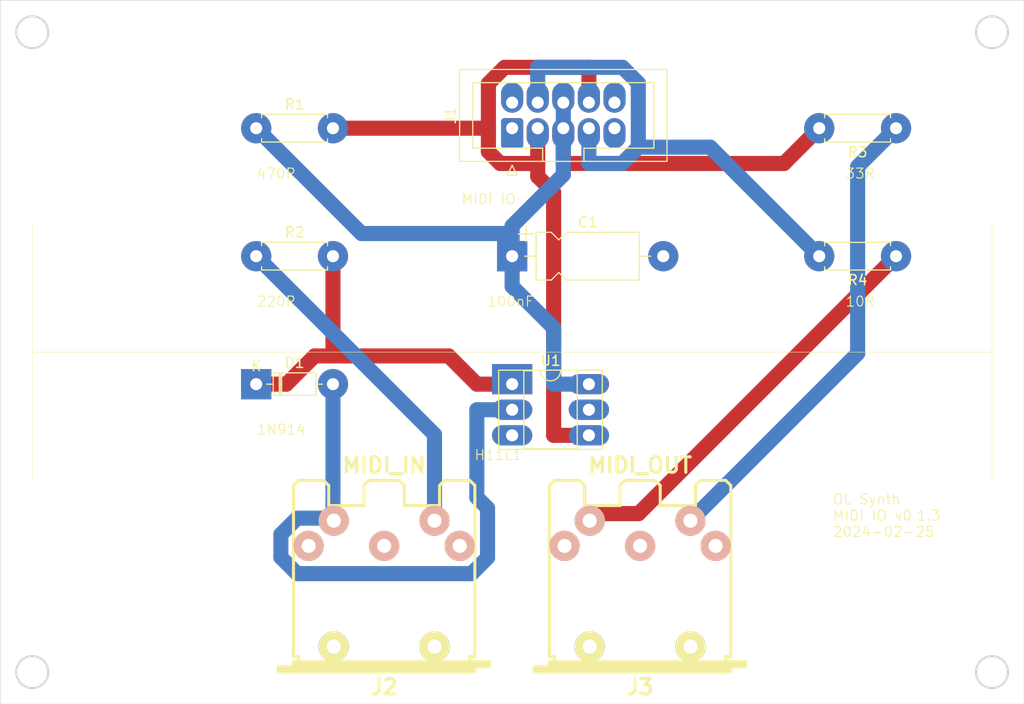
<source format=kicad_pcb>
(kicad_pcb (version 20221018) (generator pcbnew)
  (layers (0 "F.Cu" signal) (31 "B.Cu" signal) (34 "B.Paste" user) (35 "F.Paste" user) (36 "B.SilkS" user "B.Silkscreen") (37 "F.SilkS" user "F.Silkscreen") (38 "B.Mask" user) (39 "F.Mask" user) (44 "Edge.Cuts" user))
  (net 0 "")
  (net 1 "+3.3V")
  (net 2 "GND")
  (net 3 "Net-(D1-K)")
  (net 4 "Net-(D1-A)")
  (net 6 "Net-(J1-Pin_3)")
  (net 9 "Net-(J2-Pad4)")
  (net 13 "Net-(J3-Pad4)")
  (net 15 "Net-(J1-Pin_4)")
  (net 16 "Net-(J3-Pad5)")
  (footprint "Connector_IDC:IDC-Header_2x05_P2.54mm_Vertical" (layer "F.Cu") (at 50.8 12.7 90)
    (fp_text reference "J1" (at 1.27 -6.1 90) (layer "F.SilkS"))
    (fp_text value "MIDI_IO_HEADER")
    (fp_line (start -4.68 -0.5) (end -4.68 0.5) (stroke (width 0.12)) (layer "F.SilkS"))
    (fp_line (start -4.68 0.5) (end -3.68 0) (stroke (width 0.12)) (layer "F.SilkS"))
    (fp_line (start -3.68 0) (end -4.68 -0.5) (stroke (width 0.12)) (layer "F.SilkS"))
    (fp_line (start -3.29 -5.21) (end 5.83 -5.21) (stroke (width 0.12)) (layer "F.SilkS"))
    (fp_line (start -3.29 3.03) (end -1.98 3.03) (stroke (width 0.12)) (layer "F.SilkS"))
    (fp_line (start -3.29 15.37) (end -3.29 -5.21) (stroke (width 0.12)) (layer "F.SilkS"))
    (fp_line (start -1.98 -3.91) (end 4.52 -3.91) (stroke (width 0.12)) (layer "F.SilkS"))
    (fp_line (start -1.98 3.03) (end -1.98 -3.91) (stroke (width 0.12)) (layer "F.SilkS"))
    (fp_line (start -1.98 7.13) (end -3.29 7.13) (stroke (width 0.12)) (layer "F.SilkS"))
    (fp_line (start -1.98 7.13) (end -1.98 7.13) (stroke (width 0.12)) (layer "F.SilkS"))
    (fp_line (start -1.98 14.07) (end -1.98 7.13) (stroke (width 0.12)) (layer "F.SilkS"))
    (fp_line (start 4.52 -3.91) (end 4.52 14.07) (stroke (width 0.12)) (layer "F.SilkS"))
    (fp_line (start 4.52 14.07) (end -1.98 14.07) (stroke (width 0.12)) (layer "F.SilkS"))
    (fp_line (start 5.83 -5.21) (end 5.83 15.37) (stroke (width 0.12)) (layer "F.SilkS"))
    (fp_line (start 5.83 15.37) (end -3.29 15.37) (stroke (width 0.12)) (layer "F.SilkS"))
    (pad "1" thru_hole roundrect (at 0 0 90) (size 3 2.2) (drill 1.2 (offset -0.5 0)) (layers "*.Cu" "*.Mask") (roundrect_rratio 0.1470586364) (net 2 "GND"))
    (pad "2" thru_hole oval (at 2.54 0 90) (size 3 2.2) (drill 1.2 (offset 0.5 0)) (layers "*.Cu" "*.Mask"))
    (pad "3" thru_hole oval (at 0 2.54 90) (size 3 2.2) (drill 1.2 (offset -0.5 0)) (layers "*.Cu" "*.Mask") (net 6 "Net-(J1-Pin_3)"))
    (pad "4" thru_hole oval (at 2.54 2.54 90) (size 3 2.2) (drill 1.2 (offset 0.5 0)) (layers "*.Cu" "*.Mask") (net 15 "Net-(J1-Pin_4)"))
    (pad "5" thru_hole oval (at 0 5.08 90) (size 3 2.2) (drill 1.2 (offset -0.5 0)) (layers "*.Cu" "*.Mask") (net 1 "+3.3V"))
    (pad "6" thru_hole oval (at 2.54 5.08 90) (size 3 2.2) (drill 1.2 (offset 0.5 0)) (layers "*.Cu" "*.Mask") (net 1 "+3.3V"))
    (pad "7" thru_hole oval (at 0 7.62 90) (size 3 2.2) (drill 1.2 (offset -0.5 0)) (layers "*.Cu" "*.Mask") (net 15 "Net-(J1-Pin_4)"))
    (pad "8" thru_hole oval (at 2.54 7.62 90) (size 3 2.2) (drill 1.2 (offset 0.5 0)) (layers "*.Cu" "*.Mask") (net 6 "Net-(J1-Pin_3)"))
    (pad "9" thru_hole oval (at 0 10.16 90) (size 3 2.2) (drill 1.2 (offset -0.5 0)) (layers "*.Cu" "*.Mask"))
    (pad "10" thru_hole oval (at 2.54 10.16 90) (size 3 2.2) (drill 1.2 (offset 0.5 0)) (layers "*.Cu" "*.Mask") (net 2 "GND"))
  )
  (footprint "OL Library:MIDI_DIN5" (layer "F.Cu") (at 38.1 57.15)
    (fp_text reference "J2" (at 0 11.00074) (layer "F.SilkS") (effects (font (size 1.524 1.524) (thickness 0.3048))))
    (fp_text value "MIDI_IN" (at 0 -11.00074) (layer "F.SilkS") (effects (font (size 1.524 1.524) (thickness 0.3048))))
    (fp_line (start -10.50036 8.99922) (end -8.99922 8.99922) (stroke (width 0.3048)) (layer "F.SilkS"))
    (fp_line (start -10.50036 9.25068) (end 8.99922 9.25068) (stroke (width 0.3048)) (layer "F.SilkS"))
    (fp_line (start -10.50036 9.4996) (end -10.50036 8.99922) (stroke (width 0.3048)) (layer "F.SilkS"))
    (fp_line (start -8.99922 -8.99922) (end -8.99922 8.001) (stroke (width 0.3048)) (layer "F.SilkS"))
    (fp_line (start -8.99922 -8.99922) (end -8.49884 -9.4996) (stroke (width 0.3048)) (layer "F.SilkS"))
    (fp_line (start -8.99922 8.001) (end -8.49884 8.001) (stroke (width 0.3048)) (layer "F.SilkS"))
    (fp_line (start -8.99922 8.49884) (end 10.50036 8.49884) (stroke (width 0.3048)) (layer "F.SilkS"))
    (fp_line (start -8.99922 8.7503) (end 10.50036 8.7503) (stroke (width 0.3048)) (layer "F.SilkS"))
    (fp_line (start -8.99922 8.99922) (end -8.99922 8.49884) (stroke (width 0.3048)) (layer "F.SilkS"))
    (fp_line (start -8.49884 -9.4996) (end -5.99948 -9.4996) (stroke (width 0.3048)) (layer "F.SilkS"))
    (fp_line (start -8.49884 8.001) (end -8.49884 8.49884) (stroke (width 0.3048)) (layer "F.SilkS"))
    (fp_line (start -5.99948 -9.4996) (end -5.4991 -8.99922) (stroke (width 0.3048)) (layer "F.SilkS"))
    (fp_line (start -5.4991 -8.99922) (end -5.4991 -7.00024) (stroke (width 0.3048)) (layer "F.SilkS"))
    (fp_line (start -5.4991 -7.00024) (end -1.99898 -7.00024) (stroke (width 0.3048)) (layer "F.SilkS"))
    (fp_line (start -1.99898 -8.99922) (end -1.99898 -7.00024) (stroke (width 0.3048)) (layer "F.SilkS"))
    (fp_line (start -1.50114 -9.4996) (end -1.99898 -8.99922) (stroke (width 0.3048)) (layer "F.SilkS"))
    (fp_line (start -1.50114 -9.4996) (end 1.50114 -9.4996) (stroke (width 0.3048)) (layer "F.SilkS"))
    (fp_line (start 1.50114 -9.4996) (end 1.99898 -8.99922) (stroke (width 0.3048)) (layer "F.SilkS"))
    (fp_line (start 1.99898 -8.99922) (end 1.99898 -7.00024) (stroke (width 0.3048)) (layer "F.SilkS"))
    (fp_line (start 5.4991 -8.99922) (end 5.4991 -7.00024) (stroke (width 0.3048)) (layer "F.SilkS"))
    (fp_line (start 5.4991 -7.00024) (end 1.99898 -7.00024) (stroke (width 0.3048)) (layer "F.SilkS"))
    (fp_line (start 5.99948 -9.4996) (end 5.4991 -8.99922) (stroke (width 0.3048)) (layer "F.SilkS"))
    (fp_line (start 6.49986 -9.4996) (end 5.99948 -9.4996) (stroke (width 0.3048)) (layer "F.SilkS"))
    (fp_line (start 8.49884 -9.4996) (end 6.49986 -9.4996) (stroke (width 0.3048)) (layer "F.SilkS"))
    (fp_line (start 8.49884 8.49884) (end 8.49884 8.001) (stroke (width 0.3048)) (layer "F.SilkS"))
    (fp_line (start 8.99922 -8.99922) (end 8.49884 -9.4996) (stroke (width 0.3048)) (layer "F.SilkS"))
    (fp_line (start 8.99922 -8.99922) (end 8.99922 8.001) (stroke (width 0.3048)) (layer "F.SilkS"))
    (fp_line (start 8.99922 8.001) (end 8.49884 8.001) (stroke (width 0.3048)) (layer "F.SilkS"))
    (fp_line (start 8.99922 8.99922) (end -8.99922 8.99922) (stroke (width 0.3048)) (layer "F.SilkS"))
    (fp_line (start 8.99922 8.99922) (end 8.99922 9.4996) (stroke (width 0.3048)) (layer "F.SilkS"))
    (fp_line (start 8.99922 9.4996) (end -10.50036 9.4996) (stroke (width 0.3048)) (layer "F.SilkS"))
    (fp_line (start 10.50036 8.49884) (end 10.50036 8.99922) (stroke (width 0.3048)) (layer "F.SilkS"))
    (fp_line (start 10.50036 8.99922) (end 8.99922 8.99922) (stroke (width 0.3048)) (layer "F.SilkS"))
    (pad "" np_thru_hole circle (at -5.00126 6.9977) (size 3 3) (drill 1.397) (layers "F&B.Cu" "*.Mask" "F.SilkS"))
    (pad "" np_thru_hole circle (at 5.00126 6.9977) (size 3 3) (drill 1.397) (layers "F&B.Cu" "*.Mask" "F.SilkS"))
    (pad "1" thru_hole circle (at 7.49808 -2.9972) (size 3 3) (drill 1.397) (layers "*.Cu" "*.SilkS" "*.Mask"))
    (pad "2" thru_hole circle (at 0 -2.99974) (size 3 3) (drill 1.397) (layers "*.Cu" "*.SilkS" "*.Mask"))
    (pad "3" thru_hole circle (at -7.49808 -2.9972) (size 3 3) (drill 1.397) (layers "*.Cu" "*.SilkS" "*.Mask"))
    (pad "4" thru_hole circle (at 4.99618 -5.4991) (size 3 3) (drill 1.397) (layers "*.Cu" "*.SilkS" "*.Mask") (net 9 "Net-(J2-Pad4)"))
    (pad "5" thru_hole circle (at -4.99618 -5.4991) (size 3 3) (drill 1.397) (layers "*.Cu" "*.SilkS" "*.Mask") (net 4 "Net-(D1-A)"))
  )
  (footprint "OL Library:MIDI_DIN5" (layer "F.Cu") (at 63.5 57.15)
    (fp_text reference "J3" (at 0 11.00074) (layer "F.SilkS") (effects (font (size 1.524 1.524) (thickness 0.3048))))
    (fp_text value "MIDI_OUT" (at 0 -11.00074) (layer "F.SilkS") (effects (font (size 1.524 1.524) (thickness 0.3048))))
    (fp_line (start -10.50036 8.99922) (end -8.99922 8.99922) (stroke (width 0.3048)) (layer "F.SilkS"))
    (fp_line (start -10.50036 9.25068) (end 8.99922 9.25068) (stroke (width 0.3048)) (layer "F.SilkS"))
    (fp_line (start -10.50036 9.4996) (end -10.50036 8.99922) (stroke (width 0.3048)) (layer "F.SilkS"))
    (fp_line (start -8.99922 -8.99922) (end -8.99922 8.001) (stroke (width 0.3048)) (layer "F.SilkS"))
    (fp_line (start -8.99922 -8.99922) (end -8.49884 -9.4996) (stroke (width 0.3048)) (layer "F.SilkS"))
    (fp_line (start -8.99922 8.001) (end -8.49884 8.001) (stroke (width 0.3048)) (layer "F.SilkS"))
    (fp_line (start -8.99922 8.49884) (end 10.50036 8.49884) (stroke (width 0.3048)) (layer "F.SilkS"))
    (fp_line (start -8.99922 8.7503) (end 10.50036 8.7503) (stroke (width 0.3048)) (layer "F.SilkS"))
    (fp_line (start -8.99922 8.99922) (end -8.99922 8.49884) (stroke (width 0.3048)) (layer "F.SilkS"))
    (fp_line (start -8.49884 -9.4996) (end -5.99948 -9.4996) (stroke (width 0.3048)) (layer "F.SilkS"))
    (fp_line (start -8.49884 8.001) (end -8.49884 8.49884) (stroke (width 0.3048)) (layer "F.SilkS"))
    (fp_line (start -5.99948 -9.4996) (end -5.4991 -8.99922) (stroke (width 0.3048)) (layer "F.SilkS"))
    (fp_line (start -5.4991 -8.99922) (end -5.4991 -7.00024) (stroke (width 0.3048)) (layer "F.SilkS"))
    (fp_line (start -5.4991 -7.00024) (end -1.99898 -7.00024) (stroke (width 0.3048)) (layer "F.SilkS"))
    (fp_line (start -1.99898 -8.99922) (end -1.99898 -7.00024) (stroke (width 0.3048)) (layer "F.SilkS"))
    (fp_line (start -1.50114 -9.4996) (end -1.99898 -8.99922) (stroke (width 0.3048)) (layer "F.SilkS"))
    (fp_line (start -1.50114 -9.4996) (end 1.50114 -9.4996) (stroke (width 0.3048)) (layer "F.SilkS"))
    (fp_line (start 1.50114 -9.4996) (end 1.99898 -8.99922) (stroke (width 0.3048)) (layer "F.SilkS"))
    (fp_line (start 1.99898 -8.99922) (end 1.99898 -7.00024) (stroke (width 0.3048)) (layer "F.SilkS"))
    (fp_line (start 5.4991 -8.99922) (end 5.4991 -7.00024) (stroke (width 0.3048)) (layer "F.SilkS"))
    (fp_line (start 5.4991 -7.00024) (end 1.99898 -7.00024) (stroke (width 0.3048)) (layer "F.SilkS"))
    (fp_line (start 5.99948 -9.4996) (end 5.4991 -8.99922) (stroke (width 0.3048)) (layer "F.SilkS"))
    (fp_line (start 6.49986 -9.4996) (end 5.99948 -9.4996) (stroke (width 0.3048)) (layer "F.SilkS"))
    (fp_line (start 8.49884 -9.4996) (end 6.49986 -9.4996) (stroke (width 0.3048)) (layer "F.SilkS"))
    (fp_line (start 8.49884 8.49884) (end 8.49884 8.001) (stroke (width 0.3048)) (layer "F.SilkS"))
    (fp_line (start 8.99922 -8.99922) (end 8.49884 -9.4996) (stroke (width 0.3048)) (layer "F.SilkS"))
    (fp_line (start 8.99922 -8.99922) (end 8.99922 8.001) (stroke (width 0.3048)) (layer "F.SilkS"))
    (fp_line (start 8.99922 8.001) (end 8.49884 8.001) (stroke (width 0.3048)) (layer "F.SilkS"))
    (fp_line (start 8.99922 8.99922) (end -8.99922 8.99922) (stroke (width 0.3048)) (layer "F.SilkS"))
    (fp_line (start 8.99922 8.99922) (end 8.99922 9.4996) (stroke (width 0.3048)) (layer "F.SilkS"))
    (fp_line (start 8.99922 9.4996) (end -10.50036 9.4996) (stroke (width 0.3048)) (layer "F.SilkS"))
    (fp_line (start 10.50036 8.49884) (end 10.50036 8.99922) (stroke (width 0.3048)) (layer "F.SilkS"))
    (fp_line (start 10.50036 8.99922) (end 8.99922 8.99922) (stroke (width 0.3048)) (layer "F.SilkS"))
    (pad "" np_thru_hole circle (at -5.00126 6.9977) (size 3 3) (drill 1.397) (layers "F&B.Cu" "*.Mask" "F.SilkS"))
    (pad "" np_thru_hole circle (at 5.00126 6.9977) (size 3 3) (drill 1.397) (layers "F&B.Cu" "*.Mask" "F.SilkS"))
    (pad "1" thru_hole circle (at 7.49808 -2.9972) (size 3 3) (drill 1.397) (layers "*.Cu" "*.SilkS" "*.Mask"))
    (pad "2" thru_hole circle (at 0 -2.99974) (size 3 3) (drill 1.397) (layers "*.Cu" "*.SilkS" "*.Mask") (net 2 "GND"))
    (pad "3" thru_hole circle (at -7.49808 -2.9972) (size 3 3) (drill 1.397) (layers "*.Cu" "*.SilkS" "*.Mask"))
    (pad "4" thru_hole circle (at 4.99618 -5.4991) (size 3 3) (drill 1.397) (layers "*.Cu" "*.SilkS" "*.Mask") (net 13 "Net-(J3-Pad4)"))
    (pad "5" thru_hole circle (at -4.99618 -5.4991) (size 3 3) (drill 1.397) (layers "*.Cu" "*.SilkS" "*.Mask") (net 16 "Net-(J3-Pad5)"))
  )
  (footprint "OL Library:DIP-6_W7.62mm_Socket" (layer "F.Cu") (at 50.8 38.1)
    (fp_text reference "U1" (at 3.81 -2.33) (layer "F.SilkS"))
    (fp_text value "H11L1")
    (fp_line (start -1.33 -1.39) (end -1.33 6.47) (stroke (width 0.12)) (layer "F.SilkS"))
    (fp_line (start -1.33 6.47) (end 8.95 6.47) (stroke (width 0.12)) (layer "F.SilkS"))
    (fp_line (start 1.16 -1.33) (end 1.16 6.41) (stroke (width 0.12)) (layer "F.SilkS"))
    (fp_line (start 1.16 6.41) (end 6.46 6.41) (stroke (width 0.12)) (layer "F.SilkS"))
    (fp_line (start 2.81 -1.33) (end 1.16 -1.33) (stroke (width 0.12)) (layer "F.SilkS"))
    (fp_line (start 6.46 -1.33) (end 4.81 -1.33) (stroke (width 0.12)) (layer "F.SilkS"))
    (fp_line (start 6.46 6.41) (end 6.46 -1.33) (stroke (width 0.12)) (layer "F.SilkS"))
    (fp_line (start 8.95 -1.39) (end -1.33 -1.39) (stroke (width 0.12)) (layer "F.SilkS"))
    (fp_line (start 8.95 6.47) (end 8.95 -1.39) (stroke (width 0.12)) (layer "F.SilkS"))
    (fp_arc (start 4.81 -1.33) (mid 3.81 -0.33) (end 2.81 -1.33) (stroke (width 0.12)) (layer "F.SilkS"))
    (pad "1" thru_hole rect (at 0 0) (size 4 3) (drill 1.2 (offset 0 -0.5)) (layers "*.Cu" "*.Mask") (net 3 "Net-(D1-K)"))
    (pad "2" thru_hole oval (at 0 2.54) (size 4 2) (drill 1.2) (layers "*.Cu" "*.Mask") (net 4 "Net-(D1-A)"))
    (pad "3" thru_hole oval (at 0 5.08) (size 4 2) (drill 1.2) (layers "*.Cu" "*.Mask"))
    (pad "4" thru_hole oval (at 7.62 5.08) (size 4 2) (drill 1.2) (layers "*.Cu" "*.Mask") (net 6 "Net-(J1-Pin_3)"))
    (pad "5" thru_hole oval (at 7.62 2.54) (size 4 2) (drill 1.2) (layers "*.Cu" "*.Mask") (net 2 "GND"))
    (pad "6" thru_hole oval (at 7.62 0) (size 4 2) (drill 1.2) (layers "*.Cu" "*.Mask") (net 1 "+3.3V"))
  )
  (footprint "OL Library:R_Axial_DIN0207_L6.3mm_D2.5mm_P7.62mm_Horizontal" (layer "F.Cu") (at 25.4 12.7)
    (fp_text reference "R1" (at 3.81 -2.37) (layer "F.SilkS"))
    (fp_text value "470R")
    (fp_line (start 0.54 -1.37) (end 7.08 -1.37) (stroke (width 0.12)) (layer "F.SilkS"))
    (fp_line (start 0.54 -1.04) (end 0.54 -1.37) (stroke (width 0.12)) (layer "F.SilkS"))
    (fp_line (start 0.54 1.04) (end 0.54 1.37) (stroke (width 0.12)) (layer "F.SilkS"))
    (fp_line (start 0.54 1.37) (end 7.08 1.37) (stroke (width 0.12)) (layer "F.SilkS"))
    (fp_line (start 7.08 -1.37) (end 7.08 -1.04) (stroke (width 0.12)) (layer "F.SilkS"))
    (fp_line (start 7.08 1.37) (end 7.08 1.04) (stroke (width 0.12)) (layer "F.SilkS"))
    (pad "1" thru_hole circle (at 0 0) (size 3 3) (drill 1.2) (layers "*.Cu" "*.Mask") (net 1 "+3.3V"))
    (pad "2" thru_hole circle (at 7.62 0) (size 3 3) (drill 1.2) (layers "*.Cu" "*.Mask") (net 6 "Net-(J1-Pin_3)"))
  )
  (footprint "OL Library:OL-D_DO-35_SOD27_P7.62mm_Horizontal" (layer "F.Cu") (at 25.4 38.1)
    (fp_text reference "D1" (at 3.81 -2.12) (layer "F.SilkS"))
    (fp_text value "1N914")
    (fp_text user "K" (at 0 -1.8) (layer "F.SilkS"))
    (fp_line (start 1.04 0) (end 1.69 0) (stroke (width 0.12)) (layer "F.SilkS"))
    (fp_line (start 1.69 -1.12) (end 1.69 1.12) (stroke (width 0.12)) (layer "F.SilkS"))
    (fp_line (start 1.69 1.12) (end 5.93 1.12) (stroke (width 0.12)) (layer "F.SilkS"))
    (fp_line (start 2.29 -1.12) (end 2.29 1.12) (stroke (width 0.12)) (layer "F.SilkS"))
    (fp_line (start 2.41 -1.12) (end 2.41 1.12) (stroke (width 0.12)) (layer "F.SilkS"))
    (fp_line (start 2.53 -1.12) (end 2.53 1.12) (stroke (width 0.12)) (layer "F.SilkS"))
    (fp_line (start 5.93 -1.12) (end 1.69 -1.12) (stroke (width 0.12)) (layer "F.SilkS"))
    (fp_line (start 5.93 1.12) (end 5.93 -1.12) (stroke (width 0.12)) (layer "F.SilkS"))
    (fp_line (start 6.58 0) (end 5.93 0) (stroke (width 0.12)) (layer "F.SilkS"))
    (pad "1" thru_hole rect (at 0 0) (size 3 3) (drill 1.2) (layers "*.Cu" "*.Mask") (net 3 "Net-(D1-K)"))
    (pad "2" thru_hole oval (at 7.62 0) (size 3 3) (drill 1.2) (layers "*.Cu" "*.Mask") (net 4 "Net-(D1-A)"))
  )
  (footprint "OL Library:R_Axial_DIN0207_L6.3mm_D2.5mm_P7.62mm_Horizontal" (layer "F.Cu") (at 88.9 12.7 180)
    (fp_text reference "R3" (at 3.81 -2.37 180) (layer "F.SilkS"))
    (fp_text value "33R")
    (fp_line (start 0.54 -1.37) (end 7.08 -1.37) (stroke (width 0.12)) (layer "F.SilkS"))
    (fp_line (start 0.54 -1.04) (end 0.54 -1.37) (stroke (width 0.12)) (layer "F.SilkS"))
    (fp_line (start 0.54 1.04) (end 0.54 1.37) (stroke (width 0.12)) (layer "F.SilkS"))
    (fp_line (start 0.54 1.37) (end 7.08 1.37) (stroke (width 0.12)) (layer "F.SilkS"))
    (fp_line (start 7.08 -1.37) (end 7.08 -1.04) (stroke (width 0.12)) (layer "F.SilkS"))
    (fp_line (start 7.08 1.37) (end 7.08 1.04) (stroke (width 0.12)) (layer "F.SilkS"))
    (pad "1" thru_hole circle (at 0 0 180) (size 3 3) (drill 1.2) (layers "*.Cu" "*.Mask") (net 13 "Net-(J3-Pad4)"))
    (pad "2" thru_hole circle (at 7.62 0 180) (size 3 3) (drill 1.2) (layers "*.Cu" "*.Mask") (net 1 "+3.3V"))
  )
  (footprint "OL Library:R_Axial_DIN0207_L6.3mm_D2.5mm_P7.62mm_Horizontal" (layer "F.Cu") (at 25.4 25.4)
    (fp_text reference "R2" (at 3.81 -2.37) (layer "F.SilkS"))
    (fp_text value "220R")
    (fp_line (start 0.54 -1.37) (end 7.08 -1.37) (stroke (width 0.12)) (layer "F.SilkS"))
    (fp_line (start 0.54 -1.04) (end 0.54 -1.37) (stroke (width 0.12)) (layer "F.SilkS"))
    (fp_line (start 0.54 1.04) (end 0.54 1.37) (stroke (width 0.12)) (layer "F.SilkS"))
    (fp_line (start 0.54 1.37) (end 7.08 1.37) (stroke (width 0.12)) (layer "F.SilkS"))
    (fp_line (start 7.08 -1.37) (end 7.08 -1.04) (stroke (width 0.12)) (layer "F.SilkS"))
    (fp_line (start 7.08 1.37) (end 7.08 1.04) (stroke (width 0.12)) (layer "F.SilkS"))
    (pad "1" thru_hole circle (at 0 0) (size 3 3) (drill 1.2) (layers "*.Cu" "*.Mask") (net 9 "Net-(J2-Pad4)"))
    (pad "2" thru_hole circle (at 7.62 0) (size 3 3) (drill 1.2) (layers "*.Cu" "*.Mask") (net 3 "Net-(D1-K)"))
  )
  (footprint "OL Library:R_Axial_DIN0207_L6.3mm_D2.5mm_P7.62mm_Horizontal" (layer "F.Cu") (at 88.9 25.4 180)
    (fp_text reference "R4" (at 3.81 -2.37 180) (layer "F.SilkS"))
    (fp_text value "10R")
    (fp_line (start 0.54 -1.37) (end 7.08 -1.37) (stroke (width 0.12)) (layer "F.SilkS"))
    (fp_line (start 0.54 -1.04) (end 0.54 -1.37) (stroke (width 0.12)) (layer "F.SilkS"))
    (fp_line (start 0.54 1.04) (end 0.54 1.37) (stroke (width 0.12)) (layer "F.SilkS"))
    (fp_line (start 0.54 1.37) (end 7.08 1.37) (stroke (width 0.12)) (layer "F.SilkS"))
    (fp_line (start 7.08 -1.37) (end 7.08 -1.04) (stroke (width 0.12)) (layer "F.SilkS"))
    (fp_line (start 7.08 1.37) (end 7.08 1.04) (stroke (width 0.12)) (layer "F.SilkS"))
    (pad "1" thru_hole circle (at 0 0 180) (size 3 3) (drill 1.2) (layers "*.Cu" "*.Mask") (net 16 "Net-(J3-Pad5)"))
    (pad "2" thru_hole circle (at 7.62 0 180) (size 3 3) (drill 1.2) (layers "*.Cu" "*.Mask") (net 15 "Net-(J1-Pin_4)"))
  )
  (footprint "OL Library:OL CP_Axial_L10.0mm_D4.5mm_P15.00mm_Horizontal" (layer "F.Cu") (at 50.8 25.4)
    (fp_text reference "C1" (at 7.5 -3.37) (layer "F.SilkS"))
    (fp_text value "100nF")
    (fp_line (start 0.63 -2.2) (end 2.13 -2.2) (stroke (width 0.12)) (layer "F.SilkS"))
    (fp_line (start 1.24 0) (end 2.38 0) (stroke (width 0.12)) (layer "F.SilkS"))
    (fp_line (start 1.38 -2.95) (end 1.38 -1.45) (stroke (width 0.12)) (layer "F.SilkS"))
    (fp_line (start 2.38 -2.37) (end 2.38 2.37) (stroke (width 0.12)) (layer "F.SilkS"))
    (fp_line (start 2.38 -2.37) (end 3.88 -2.37) (stroke (width 0.12)) (layer "F.SilkS"))
    (fp_line (start 2.38 2.37) (end 3.88 2.37) (stroke (width 0.12)) (layer "F.SilkS"))
    (fp_line (start 3.88 -2.37) (end 4.63 -1.62) (stroke (width 0.12)) (layer "F.SilkS"))
    (fp_line (start 3.88 2.37) (end 4.63 1.62) (stroke (width 0.12)) (layer "F.SilkS"))
    (fp_line (start 4.63 -1.62) (end 5.38 -2.37) (stroke (width 0.12)) (layer "F.SilkS"))
    (fp_line (start 4.63 1.62) (end 5.38 2.37) (stroke (width 0.12)) (layer "F.SilkS"))
    (fp_line (start 5.38 -2.37) (end 12.62 -2.37) (stroke (width 0.12)) (layer "F.SilkS"))
    (fp_line (start 5.38 2.37) (end 12.62 2.37) (stroke (width 0.12)) (layer "F.SilkS"))
    (fp_line (start 12.62 -2.37) (end 12.62 2.37) (stroke (width 0.12)) (layer "F.SilkS"))
    (fp_line (start 13.76 0) (end 12.62 0) (stroke (width 0.12)) (layer "F.SilkS"))
    (pad "1" thru_hole rect (at 0 0) (size 3 3) (drill 1.2) (layers "*.Cu" "*.Mask") (net 1 "+3.3V"))
    (pad "2" thru_hole oval (at 15 0) (size 3 3) (drill 1.2) (layers "*.Cu" "*.Mask") (net 2 "GND"))
  )
  (gr_line (start 3.175 22.225) (end 3.175 47.625) (stroke (width 0.05)) (layer "F.SilkS"))
  (gr_line (start 3.175 34.925) (end 98.425 34.925) (stroke (width 0.05)) (layer "F.SilkS"))
  (gr_line (start 98.425 22.225) (end 98.425 47.625) (stroke (width 0.05)) (layer "F.SilkS"))
  (gr_circle (center 98.425 3.175) (end 100.0125 3.175) (stroke (width 0.2)) (fill none) (layer "Edge.Cuts"))
  (gr_circle (center 98.425 66.675) (end 100.0125 66.675) (stroke (width 0.2)) (fill none) (layer "Edge.Cuts"))
  (gr_circle (center 3.175 66.675) (end 4.7625 66.675) (stroke (width 0.2)) (fill none) (layer "Edge.Cuts"))
  (gr_circle (center 3.175 3.175) (end 4.7625 3.175) (stroke (width 0.2)) (fill none) (layer "Edge.Cuts"))
  (gr_rect locked (start 0 0) (end 101.6 69.85) (stroke (width 0.05)) (fill none) (layer "Edge.Cuts"))
  (gr_text "470R" (at 25.4 17.78) (layer "F.SilkS") (effects (font (size 1 1) (thickness 0.1)) (justify left bottom)))
  (gr_text "MIDI IO" (at 45.72 20.32) (layer "F.SilkS") (effects (font (size 1 1) (thickness 0.1)) (justify left bottom)))
  (gr_text "100nF" (at 48.26 30.48) (layer "F.SilkS") (effects (font (size 1 1) (thickness 0.1)) (justify left bottom)))
  (gr_text "OL Synth\nMIDI IO v0.1.3\n2024-02-25" (at 82.56 53.34) (layer "F.SilkS") (effects (font (size 1 1) (thickness 0.1)) (justify left bottom)))
  (gr_text "H11L1" (at 47 45.72) (layer "F.SilkS") (effects (font (size 1 1) (thickness 0.1)) (justify left bottom)))
  (gr_text "10R" (at 83.82 30.48) (layer "F.SilkS") (effects (font (size 1 1) (thickness 0.1)) (justify left bottom)))
  (gr_text "33R" (at 83.82 17.78) (layer "F.SilkS") (effects (font (size 1 1) (thickness 0.1)) (justify left bottom)))
  (gr_text "1N914" (at 25.4 43.18) (layer "F.SilkS") (effects (font (size 1 1) (thickness 0.1)) (justify left bottom)))
  (gr_text "220R" (at 25.4 30.48) (layer "F.SilkS") (effects (font (size 1 1) (thickness 0.1)) (justify left bottom)))
  (segment (start 77.78 16.2) (end 55.88 16.2) (width 1.5) (layer "F.Cu") (net 1))
  (segment (start 81.28 12.7) (end 77.78 16.2) (width 1.5) (layer "F.Cu") (net 1))
  (segment (start 55.88 12.7) (end 55.88 16.2) (width 1.5) (layer "F.Cu") (net 1))
  (segment (start 58.42 38.1) (end 54.92 38.1) (width 1.5) (layer "B.Cu") (net 1))
  (segment (start 25.4 12.7) (end 35.85 23.15) (width 1.5) (layer "B.Cu") (net 1))
  (segment (start 54.92 32.52) (end 54.92 38.1) (width 1.5) (layer "B.Cu") (net 1))
  (segment (start 50.8 25.4) (end 50.8 28.4) (width 1.5) (layer "B.Cu") (net 1))
  (segment (start 50.8 28.4) (end 54.92 32.52) (width 1.5) (layer "B.Cu") (net 1))
  (segment (start 50.8 23.15) (end 50.8 25.4) (width 1.5) (layer "B.Cu") (net 1))
  (segment (start 55.88 17.32) (end 50.8 22.4) (width 1.5) (layer "B.Cu") (net 1))
  (segment (start 35.85 23.15) (end 50.8 23.15) (width 1.5) (layer "B.Cu") (net 1))
  (segment (start 55.88 10.16) (end 55.88 12.7) (width 1.5) (layer "B.Cu") (net 1))
  (segment (start 55.88 12.7) (end 55.88 17.32) (width 1.5) (layer "B.Cu") (net 1))
  (segment (start 50.8 23.15) (end 50.8 22.4) (width 1.5) (layer "B.Cu") (net 1))
  (segment (start 33.02 25.4) (end 33.02 35.3005) (width 1.5) (layer "F.Cu") (net 3))
  (segment (start 33.02 35.3005) (end 44.5005 35.3005) (width 1.5) (layer "F.Cu") (net 3))
  (segment (start 50.8 38.1) (end 47.3 38.1) (width 1.5) (layer "F.Cu") (net 3))
  (segment (start 28.4 38.1) (end 31.1995 35.3005) (width 1.5) (layer "F.Cu") (net 3))
  (segment (start 31.1995 35.3005) (end 33.02 35.3005) (width 1.5) (layer "F.Cu") (net 3))
  (segment (start 25.4 38.1) (end 28.4 38.1) (width 1.5) (layer "F.Cu") (net 3))
  (segment (start 44.5005 35.3005) (end 47.3 38.1) (width 1.5) (layer "F.Cu") (net 3))
  (segment (start 33.02 51.2347) (end 32.8538 51.4009) (width 1.5) (layer "B.Cu") (net 4))
  (segment (start 47.3 49.3405) (end 48.3596 50.4001) (width 1.5) (layer "B.Cu") (net 4))
  (segment (start 50.8 40.64) (end 47.3 40.64) (width 1.5) (layer "B.Cu") (net 4))
  (segment (start 32.8538 51.4009) (end 33.1038 51.6509) (width 1.5) (layer "B.Cu") (net 4))
  (segment (start 47.3 40.64) (end 47.3 49.3405) (width 1.5) (layer "B.Cu") (net 4))
  (segment (start 33.02 38.1) (end 33.02 51.2347) (width 1.5) (layer "B.Cu") (net 4))
  (segment (start 27.85 55.2926) (end 27.85 53.013) (width 1.5) (layer "B.Cu") (net 4))
  (segment (start 29.4622 56.9048) (end 27.85 55.2926) (width 1.5) (layer "B.Cu") (net 4))
  (segment (start 46.777 56.9048) (end 29.4622 56.9048) (width 1.5) (layer "B.Cu") (net 4))
  (segment (start 48.3596 50.4001) (end 48.3596 55.3222) (width 1.5) (layer "B.Cu") (net 4))
  (segment (start 29.4621 51.4009) (end 32.8538 51.4009) (width 1.5) (layer "B.Cu") (net 4))
  (segment (start 48.3596 55.3222) (end 46.777 56.9048) (width 1.5) (layer "B.Cu") (net 4))
  (segment (start 27.85 53.013) (end 29.4621 51.4009) (width 1.5) (layer "B.Cu") (net 4))
  (segment (start 48.4469 12.7) (end 48.4469 15.0282) (width 1.5) (layer "F.Cu") (net 6))
  (segment (start 49.6187 16.2) (end 53.34 16.2) (width 1.5) (layer "F.Cu") (net 6))
  (segment (start 50.0512 6.66) (end 58.42 6.66) (width 1.5) (layer "F.Cu") (net 6))
  (segment (start 58.42 10.16) (end 58.42 6.66) (width 1.5) (layer "F.Cu") (net 6))
  (segment (start 54.92 19.07) (end 54.92 43.18) (width 1.5) (layer "F.Cu") (net 6))
  (segment (start 53.34 17.49) (end 54.92 19.07) (width 1.5) (layer "F.Cu") (net 6))
  (segment (start 48.4469 12.7) (end 33.02 12.7) (width 1.5) (layer "F.Cu") (net 6))
  (segment (start 48.4469 15.0282) (end 49.6187 16.2) (width 1.5) (layer "F.Cu") (net 6))
  (segment (start 48.4469 8.2643) (end 50.0512 6.66) (width 1.5) (layer "F.Cu") (net 6))
  (segment (start 48.4469 12.7) (end 48.4469 8.2643) (width 1.5) (layer "F.Cu") (net 6))
  (segment (start 58.42 43.18) (end 54.92 43.18) (width 1.5) (layer "F.Cu") (net 6))
  (segment (start 53.34 12.7) (end 53.34 16.2) (width 1.5) (layer "F.Cu") (net 6))
  (segment (start 53.34 16.2) (end 53.34 17.49) (width 1.5) (layer "F.Cu") (net 6))
  (segment (start 43.0962 43.0962) (end 43.0962 51.6509) (width 1.5) (layer "B.Cu") (net 9))
  (segment (start 25.4 25.4) (end 43.0962 43.0962) (width 1.5) (layer "B.Cu") (net 9))
  (segment (start 88.9 12.7) (end 85.09 16.51) (width 1.5) (layer "B.Cu") (net 13))
  (segment (start 85.09 16.51) (end 85.09 35.0571) (width 1.5) (layer "B.Cu") (net 13))
  (segment (start 85.09 35.0571) (end 68.4962 51.6509) (width 1.5) (layer "B.Cu") (net 13))
  (segment (start 61.7627 6.66) (end 63.3228 8.2201) (width 1.5) (layer "B.Cu") (net 15))
  (segment (start 53.34 10.16) (end 53.34 6.66) (width 1.5) (layer "B.Cu") (net 15))
  (segment (start 53.34 6.66) (end 61.7627 6.66) (width 1.5) (layer "B.Cu") (net 15))
  (segment (start 61.7042 16.2) (end 58.42 16.2) (width 1.5) (layer "B.Cu") (net 15))
  (segment (start 63.3228 14.5814) (end 61.7042 16.2) (width 1.5) (layer "B.Cu") (net 15))
  (segment (start 63.3228 14.5814) (end 70.4614 14.5814) (width 1.5) (layer "B.Cu") (net 15))
  (segment (start 63.3228 8.2201) (end 63.3228 14.5814) (width 1.5) (layer "B.Cu") (net 15))
  (segment (start 58.42 12.7) (end 58.42 16.2) (width 1.5) (layer "B.Cu") (net 15))
  (segment (start 70.4614 14.5814) (end 81.28 25.4) (width 1.5) (layer "B.Cu") (net 15))
  (segment (start 63.353 50.947) (end 59.2077 50.947) (width 1.5) (layer "F.Cu") (net 16))
  (segment (start 88.9 25.4) (end 63.353 50.947) (width 1.5) (layer "F.Cu") (net 16))
  (segment (start 59.2077 50.947) (end 58.5038 51.6509) (width 1.5) (layer "F.Cu") (net 16))
)
</source>
